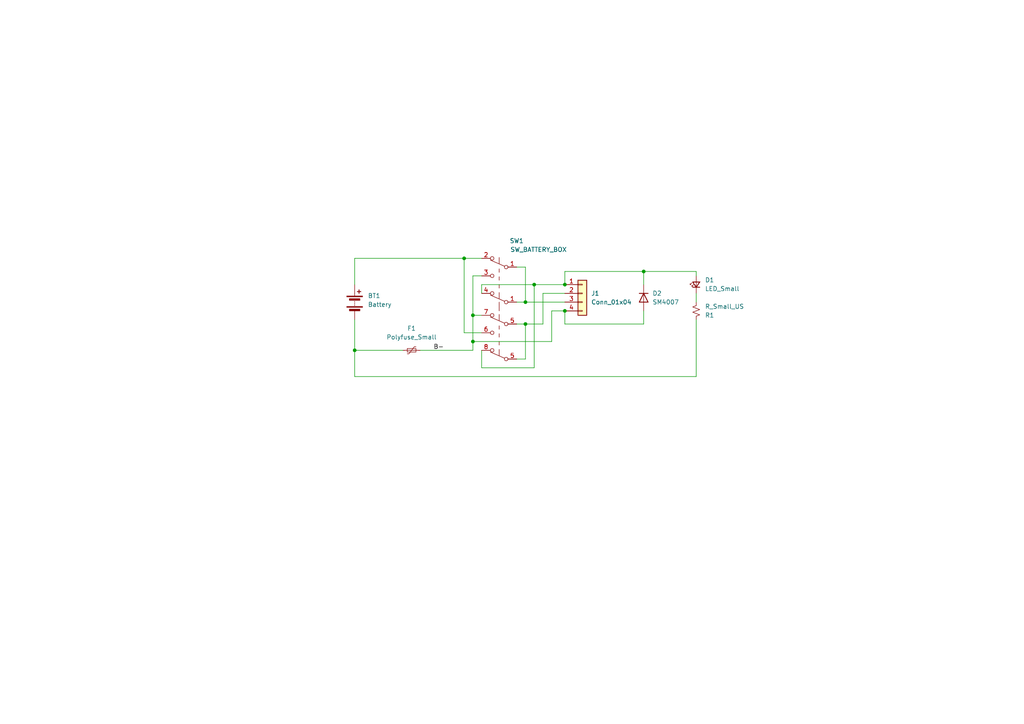
<source format=kicad_sch>
(kicad_sch (version 20230121) (generator eeschema)
  (paper "A4")
  (lib_symbols
    (symbol "Connector_Generic:Conn_01x04" (pin_names (offset 1.016) hide)
      (property "Reference" "J" (at 0 5.08 0))
      (property "Value" "Conn_01x04" (at 0 -7.62 0))
      (symbol "Conn_01x04_1_1"
        (rectangle (start -1.27 -4.953) (end 0 -5.207) (stroke (width 0.1524)))
        (rectangle (start -1.27 -2.413) (end 0 -2.667) (stroke (width 0.1524)))
        (rectangle (start -1.27 0.127) (end 0 -0.127) (stroke (width 0.1524)))
        (rectangle (start -1.27 2.667) (end 0 2.413) (stroke (width 0.1524)))
        (rectangle (start -1.27 3.81) (end 1.27 -6.35) (stroke (width 0.254)) (fill (type background)))
        (pin passive line (at -5.08 2.54 0) (length 3.81) (name "Pin_1") (number "1"))
        (pin passive line (at -5.08 0 0) (length 3.81) (name "Pin_2") (number "2"))
        (pin passive line (at -5.08 -2.54 0) (length 3.81) (name "Pin_3") (number "3"))
        (pin passive line (at -5.08 -5.08 0) (length 3.81) (name "Pin_4") (number "4"))
      )
    )
    (symbol "Device:Battery" (pin_numbers hide) (pin_names (offset 0) hide)
      (property "Reference" "BT" (at 2.54 2.54 0))
      (property "Value" "Battery" (at 2.54 0 0))
      (symbol "Battery_0_1"
        (rectangle (start -2.286 -1.27) (end 2.286 -1.524) (fill (type outline)))
        (rectangle (start -2.286 1.778) (end 2.286 1.524) (fill (type outline)))
        (rectangle (start -1.524 -2.032) (end 1.524 -2.54) (fill (type outline)))
        (rectangle (start -1.524 1.016) (end 1.524 0.508) (fill (type outline)))
        (polyline (pts (xy 0 -1.016) (xy 0 -0.762)))
        (polyline (pts (xy 0 -0.508) (xy 0 -0.254)))
        (polyline (pts (xy 0 0) (xy 0 0.254)))
        (polyline (pts (xy 0 1.778) (xy 0 2.54)))
        (polyline (pts (xy 0.762 3.048) (xy 1.778 3.048)) (stroke (width 0.254)))
        (polyline (pts (xy 1.27 3.556) (xy 1.27 2.54)) (stroke (width 0.254)))
      )
      (symbol "Battery_1_1"
        (pin passive line (at 0 5.08 270) (length 2.54) (name "+") (number "1"))
        (pin passive line (at 0 -5.08 90) (length 2.54) (name "-") (number "2"))
      )
    )
    (symbol "Device:LED_Small" (pin_numbers hide) (pin_names (offset 0.254) hide)
      (property "Reference" "D" (at -1.27 3.175 0))
      (property "Value" "LED_Small" (at -4.445 -2.54 0))
      (symbol "LED_Small_0_1"
        (polyline (pts (xy -0.762 -1.016) (xy -0.762 1.016)) (stroke (width 0.254)))
        (polyline (pts (xy 1.016 0) (xy -0.762 0)))
        (polyline (pts (xy 0.762 -1.016) (xy -0.762 0) (xy 0.762 1.016) (xy 0.762 -1.016)) (stroke (width 0.254)))
        (polyline (pts (xy 0 0.762) (xy -0.508 1.27) (xy -0.254 1.27) (xy -0.508 1.27) (xy -0.508 1.016)))
        (polyline (pts (xy 0.508 1.27) (xy 0 1.778) (xy 0.254 1.778) (xy 0 1.778) (xy 0 1.524)))
      )
      (symbol "LED_Small_1_1"
        (pin passive line (at -2.54 0 0) (length 1.778) (name "K") (number "1"))
        (pin passive line (at 2.54 0 180) (length 1.778) (name "A") (number "2"))
      )
    )
    (symbol "Device:Polyfuse_Small" (pin_numbers hide) (pin_names (offset 0))
      (property "Reference" "F" (at -1.905 0 90))
      (property "Value" "Polyfuse_Small" (at 1.905 0 90))
      (symbol "Polyfuse_Small_0_1"
        (rectangle (start -0.508 1.27) (end 0.508 -1.27))
        (polyline (pts (xy 0 2.54) (xy 0 -2.54)))
        (polyline (pts (xy -1.016 1.27) (xy -1.016 0.762) (xy 1.016 -0.762) (xy 1.016 -1.27)))
      )
      (symbol "Polyfuse_Small_1_1"
        (pin passive line (at 0 2.54 270) (length 0.635) (name "~") (number "1"))
        (pin passive line (at 0 -2.54 90) (length 0.635) (name "~") (number "2"))
      )
    )
    (symbol "Device:R_Small_US" (pin_numbers hide) (pin_names (offset 0.254) hide)
      (property "Reference" "R" (at 0.762 0.508 0))
      (property "Value" "R_Small_US" (at 0.762 -1.016 0))
      (symbol "R_Small_US_1_1"
        (polyline (pts (xy 0 0) (xy 1.016 -0.381) (xy 0 -0.762) (xy -1.016 -1.143) (xy 0 -1.524)))
        (polyline (pts (xy 0 1.524) (xy 1.016 1.143) (xy 0 0.762) (xy -1.016 0.381) (xy 0 0)))
        (pin passive line (at 0 2.54 270) (length 1.016) (name "~") (number "1"))
        (pin passive line (at 0 -2.54 90) (length 1.016) (name "~") (number "2"))
      )
    )
    (symbol "Diode:SM4007" (pin_numbers hide) (pin_names hide)
      (property "Reference" "D" (at 0 2.54 0))
      (property "Value" "SM4007" (at 0 -2.54 0))
      (symbol "SM4007_0_1"
        (polyline (pts (xy -1.27 1.27) (xy -1.27 -1.27)) (stroke (width 0.254)))
        (polyline (pts (xy 1.27 0) (xy -1.27 0)))
        (polyline (pts (xy 1.27 1.27) (xy 1.27 -1.27) (xy -1.27 0) (xy 1.27 1.27)) (stroke (width 0.254)))
      )
      (symbol "SM4007_1_1"
        (pin passive line (at -3.81 0 0) (length 2.54) (name "K") (number "1"))
        (pin passive line (at 3.81 0 180) (length 2.54) (name "A") (number "2"))
      )
    )
    (symbol "lego_battery:SW_BATTERY_BOX" (pin_names hide)
      (property "Reference" "SW1" (at 0 1.27 0))
      (property "Value" "SW_BATTERY_BOX" (at 0 -1.27 0))
      (symbol "SW_BATTERY_BOX_0_0"
        (circle (center -2.032 -33.02) (radius 0.508))
        (circle (center -2.032 -22.86) (radius 0.508))
        (circle (center -2.032 -16.51) (radius 0.508))
        (circle (center -2.032 -6.35) (radius 0.508))
        (circle (center 2.032 -25.4) (radius 0.508))
        (circle (center 2.032 -8.89) (radius 0.508))
      )
      (symbol "SW_BATTERY_BOX_0_1"
        (polyline (pts (xy -1.524 -32.766) (xy 2.54 -30.988)))
        (polyline (pts (xy -1.524 -22.606) (xy 2.54 -20.828)))
        (polyline (pts (xy -1.524 -16.256) (xy 2.54 -14.478)))
        (polyline (pts (xy -1.524 -6.096) (xy 2.54 -4.318)))
        (polyline (pts (xy 0 -30.226) (xy 0 -32.004)))
        (polyline (pts (xy 0 -28.956) (xy 0 -27.94)))
        (polyline (pts (xy 0 -26.67) (xy 0 -25.654)))
        (polyline (pts (xy 0 -24.384) (xy 0 -23.368)))
        (polyline (pts (xy 0 -20.066) (xy 0 -21.844)))
        (polyline (pts (xy 0 -16.51) (xy 0 -19.05)))
        (polyline (pts (xy 0 -13.716) (xy 0 -15.494)))
        (polyline (pts (xy 0 -12.446) (xy 0 -11.43)))
        (polyline (pts (xy 0 -10.16) (xy 0 -9.144)))
        (polyline (pts (xy 0 -7.874) (xy 0 -6.858)))
        (polyline (pts (xy 0 -3.556) (xy 0 -5.334)))
        (circle (center 2.032 -30.48) (radius 0.508))
        (circle (center 2.032 -20.32) (radius 0.508))
        (circle (center 2.032 -13.97) (radius 0.508))
        (circle (center 2.032 -3.81) (radius 0.508))
      )
      (symbol "SW_BATTERY_BOX_1_1"
        (pin passive line (at -5.08 -16.51 0) (length 2.54) (name "M1") (number "1"))
        (pin passive line (at -5.08 -6.35 0) (length 2.54) (name "M1") (number "1"))
        (pin passive line (at 5.08 -3.81 180) (length 2.54) (name "B+") (number "2"))
        (pin passive line (at 5.08 -8.89 180) (length 2.54) (name "B-") (number "3"))
        (pin passive line (at 5.08 -13.97 180) (length 2.54) (name "9V") (number "4"))
        (pin passive line (at -5.08 -33.02 0) (length 2.54) (name "M2") (number "5"))
        (pin passive line (at -5.08 -22.86 0) (length 2.54) (name "M2") (number "5"))
        (pin passive line (at 5.08 -25.4 180) (length 2.54) (name "B+") (number "6"))
        (pin passive line (at 5.08 -20.32 180) (length 2.54) (name "B-") (number "7"))
        (pin passive line (at 5.08 -30.48 180) (length 2.54) (name "9V") (number "8"))
      )
    )
  )
  (junction (at 137.16 99.06))
  (junction (at 152.4 93.98))
  (junction (at 102.87 101.6))
  (junction (at 152.4 87.63))
  (junction (at 163.83 82.55))
  (junction (at 137.16 91.44))
  (junction (at 134.62 74.93))
  (junction (at 186.69 78.74))
  (junction (at 154.94 82.55))
  (junction (at 163.83 90.17))
  (wire (pts (xy 186.69 90.17) (xy 186.69 93.98)))
  (wire (pts (xy 139.7 106.68) (xy 154.94 106.68)))
  (wire (pts (xy 137.16 99.06) (xy 137.16 101.6)))
  (wire (pts (xy 152.4 93.98) (xy 157.48 93.98)))
  (wire (pts (xy 154.94 82.55) (xy 154.94 106.68)))
  (wire (pts (xy 152.4 77.47) (xy 152.4 87.63)))
  (wire (pts (xy 149.86 77.47) (xy 152.4 77.47)))
  (wire (pts (xy 139.7 80.01) (xy 137.16 80.01)))
  (wire (pts (xy 139.7 106.68) (xy 139.7 101.6)))
  (wire (pts (xy 149.86 93.98) (xy 152.4 93.98)))
  (wire (pts (xy 201.93 92.71) (xy 201.93 109.22)))
  (wire (pts (xy 134.62 96.52) (xy 139.7 96.52)))
  (wire (pts (xy 163.83 90.17) (xy 160.02 90.17)))
  (wire (pts (xy 139.7 82.55) (xy 139.7 85.09)))
  (wire (pts (xy 139.7 91.44) (xy 137.16 91.44)))
  (wire (pts (xy 134.62 74.93) (xy 134.62 96.52)))
  (wire (pts (xy 186.69 93.98) (xy 163.83 93.98)))
  (wire (pts (xy 152.4 104.14) (xy 152.4 93.98)))
  (wire (pts (xy 121.92 101.6) (xy 137.16 101.6)))
  (wire (pts (xy 160.02 99.06) (xy 137.16 99.06)))
  (wire (pts (xy 102.87 101.6) (xy 116.84 101.6)))
  (wire (pts (xy 102.87 92.71) (xy 102.87 101.6)))
  (wire (pts (xy 149.86 87.63) (xy 152.4 87.63)))
  (wire (pts (xy 201.93 85.09) (xy 201.93 87.63)))
  (wire (pts (xy 139.7 74.93) (xy 134.62 74.93)))
  (wire (pts (xy 201.93 78.74) (xy 201.93 80.01)))
  (wire (pts (xy 157.48 85.09) (xy 163.83 85.09)))
  (wire (pts (xy 163.83 93.98) (xy 163.83 90.17)))
  (wire (pts (xy 160.02 90.17) (xy 160.02 99.06)))
  (wire (pts (xy 137.16 80.01) (xy 137.16 91.44)))
  (wire (pts (xy 201.93 78.74) (xy 186.69 78.74)))
  (wire (pts (xy 139.7 82.55) (xy 154.94 82.55)))
  (wire (pts (xy 137.16 91.44) (xy 137.16 99.06)))
  (wire (pts (xy 157.48 85.09) (xy 157.48 93.98)))
  (wire (pts (xy 102.87 74.93) (xy 134.62 74.93)))
  (wire (pts (xy 152.4 87.63) (xy 163.83 87.63)))
  (wire (pts (xy 102.87 82.55) (xy 102.87 74.93)))
  (wire (pts (xy 186.69 78.74) (xy 186.69 82.55)))
  (wire (pts (xy 102.87 109.22) (xy 201.93 109.22)))
  (wire (pts (xy 154.94 82.55) (xy 163.83 82.55)))
  (wire (pts (xy 163.83 78.74) (xy 163.83 82.55)))
  (wire (pts (xy 186.69 78.74) (xy 163.83 78.74)))
  (wire (pts (xy 102.87 109.22) (xy 102.87 101.6)))
  (wire (pts (xy 149.86 104.14) (xy 152.4 104.14)))
  (label "B-" (at 125.73 101.6 0))
  (symbol (lib_id "lego_battery:SW_BATTERY_BOX") (at 144.78 71.12 0) (mirror y) (unit 1)
    (property "Reference" "SW1" (at 149.86 69.85 0))
    (property "Value" "SW_BATTERY_BOX" (at 156.21 72.39 0))
    (property "Footprint" "lego_battery:SWITCH" (effects hide))
  )
  (symbol (lib_id "Connector_Generic:Conn_01x04") (at 168.91 85.09 0) (unit 1)
    (property "Reference" "J1" (at 171.45 85.09 0) (effects (justify left)))
    (property "Value" "Conn_01x04" (at 171.45 87.63 0) (effects (justify left)))
    (property "Footprint" "Connector_PinSocket_1.27mm:PinSocket_1x04_P1.27mm_Vertical" (effects hide))
  )
  (symbol (lib_id "Device:Polyfuse_Small") (at 119.38 101.6 90) (unit 1)
    (property "Reference" "F1" (at 119.38 95.25 90))
    (property "Value" "Polyfuse_Small" (at 119.38 97.79 90))
    (property "Footprint" "Fuse:Fuse_2512_6332Metric" (effects hide))
  )
  (symbol (lib_id "Diode:SM4007") (at 186.69 86.36 270) (unit 1)
    (property "Reference" "D2" (at 189.23 85.09 90) (effects (justify left)))
    (property "Value" "SM4007" (at 189.23 87.63 90) (effects (justify left)))
    (property "Footprint" "Diode_SMD:D_MELF" (effects hide))
    (property "Datasheet" "http://cdn-reichelt.de/documents/datenblatt/A400/SMD1N400%23DIO.pdf" (effects hide))
    (property "Sim.Device" "D" (effects hide))
    (property "Sim.Pins" "1=K 2=A" (effects hide))
  )
  (symbol (lib_id "Device:LED_Small") (at 201.93 82.55 90) (unit 1)
    (property "Reference" "D1" (at 204.47 81.2165 90) (effects (justify right)))
    (property "Value" "LED_Small" (at 204.47 83.7565 90) (effects (justify right)))
    (property "Footprint" "LED_THT:LED_Rectangular_W3.0mm_H2.0mm" (effects hide))
  )
  (symbol (lib_id "Device:Battery") (at 102.87 87.63 0) (unit 1)
    (property "Reference" "BT1" (at 106.68 85.7885 0) (effects (justify left)))
    (property "Value" "Battery" (at 106.68 88.3285 0) (effects (justify left)))
    (property "Footprint" "lego_battery:BATTERY" (effects hide))
  )
  (symbol (lib_id "Device:R_Small_US") (at 201.93 90.17 0) (mirror x) (unit 1)
    (property "Reference" "R1" (at 204.47 91.44 0) (effects (justify left)))
    (property "Value" "R_Small_US" (at 204.47 88.9 0) (effects (justify left)))
    (property "Footprint" "Resistor_SMD:R_0603_1608Metric" (effects hide))
  )
)
</source>
